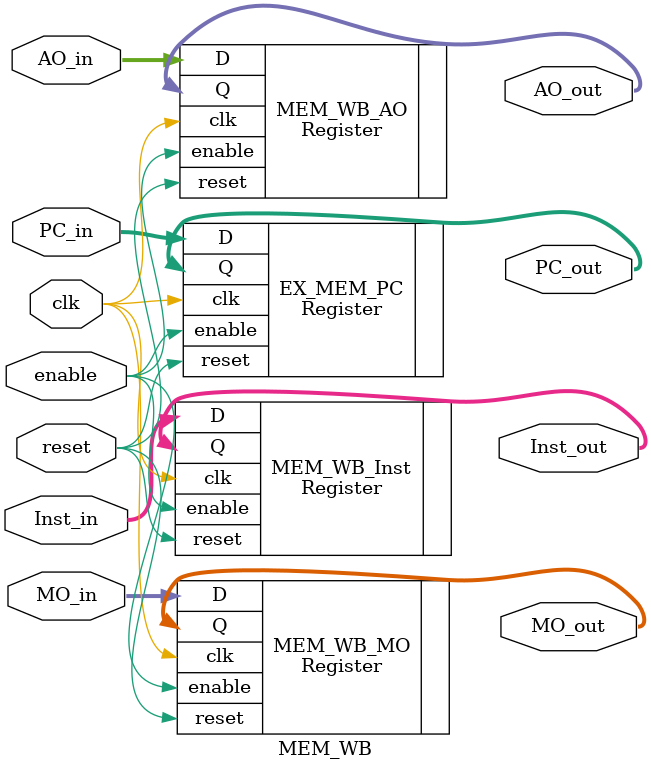
<source format=v>
/*
 * File: MEM_WB.v
 * Pipeline::MEM_WB_register
*/
module MEM_WB (
    input[31:0]     Inst_in,
    input[31:0]     AO_in,
    input[31:0]     MO_in,
    input[31:0]     PC_in,
    input           clk,
    input           reset,
    input           enable,
    output[31:0]    Inst_out,
    output[31:0]    AO_out,
    output[31:0]    MO_out,
    output[31:0]    PC_out
);
    // Registers for next pipeline state
    Register#(32,0)MEM_WB_Inst(
        .D(Inst_in), .clk(clk), .reset(reset), .enable(enable), .Q(Inst_out)
    );
    Register#(32,0)MEM_WB_AO(
        .D(AO_in), .clk(clk), .reset(reset), .enable(enable), .Q(AO_out)
    );
    Register#(32,0)MEM_WB_MO(
        .D(MO_in), .clk(clk), .reset(reset), .enable(enable), .Q(MO_out)
    );
    // Registers for debug only
    Register#(32,0)EX_MEM_PC(
        .D(PC_in), .clk(clk), .reset(reset), .enable(enable), .Q(PC_out)
    );
endmodule
</source>
